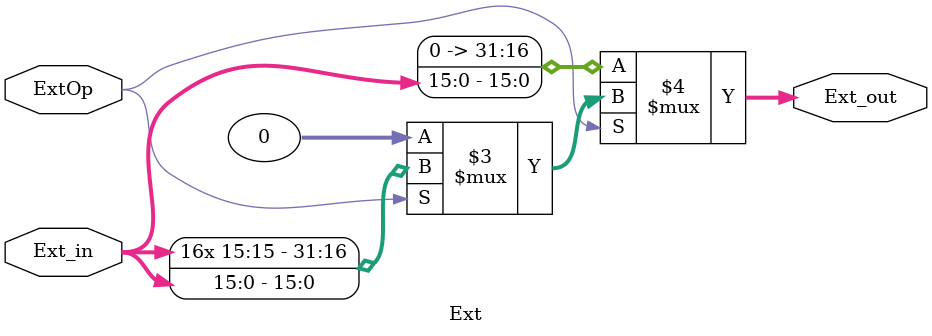
<source format=v>
`timescale 1ns / 1ps
module Ext(
    input [15:0] Ext_in,
    input ExtOp,
    output [31:0] Ext_out
    );
		
		assign Ext_out = (ExtOp == 2'b00) ? {16'b0, Ext_in} :
							  (ExtOp == 2'b01) ? {{16{Ext_in[15]}}, Ext_in} :
							  0;

endmodule


</source>
